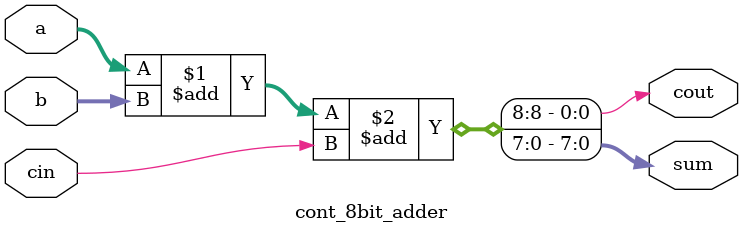
<source format=v>
`timescale 1ns/1ps
module cont_8bit_adder(sum,cout,a,b,cin);
	input cin;
	input [7:0] a,b;
	output [7:0] sum;
	output cout;
	assign{cout,sum}=a+b+cin;
endmodule
</source>
